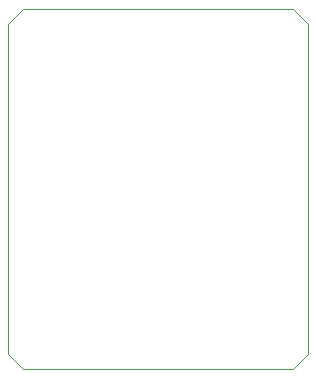
<source format=gbr>
%TF.GenerationSoftware,KiCad,Pcbnew,7.0.2*%
%TF.CreationDate,2024-01-06T11:14:16-08:00*%
%TF.ProjectId,MK_JackAdapter,4d4b5f4a-6163-46b4-9164-61707465722e,1.0*%
%TF.SameCoordinates,Original*%
%TF.FileFunction,Profile,NP*%
%FSLAX46Y46*%
G04 Gerber Fmt 4.6, Leading zero omitted, Abs format (unit mm)*
G04 Created by KiCad (PCBNEW 7.0.2) date 2024-01-06 11:14:16*
%MOMM*%
%LPD*%
G01*
G04 APERTURE LIST*
%TA.AperFunction,Profile*%
%ADD10C,0.100000*%
%TD*%
G04 APERTURE END LIST*
D10*
X102616000Y-93091000D02*
X125476000Y-93091000D01*
X101346000Y-122301000D02*
X101346000Y-94361000D01*
X101346000Y-94361000D02*
X102616000Y-93091000D01*
X125476000Y-93091000D02*
X126746000Y-94361000D01*
X125476000Y-123571000D02*
X126746000Y-122301000D01*
X102616000Y-123571000D02*
X101346000Y-122301000D01*
X125476000Y-123571000D02*
X102616000Y-123571000D01*
X126746000Y-94361000D02*
X126746000Y-122301000D01*
M02*

</source>
